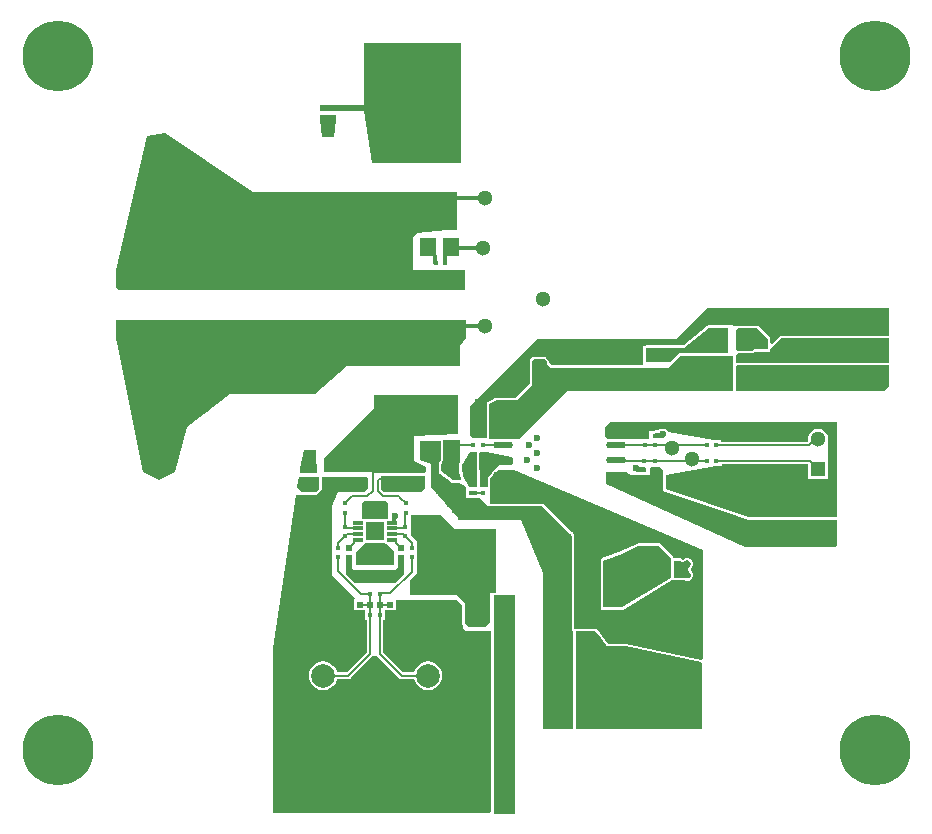
<source format=gbr>
%TF.GenerationSoftware,Altium Limited,Altium Designer,22.9.1 (49)*%
G04 Layer_Physical_Order=1*
G04 Layer_Color=255*
%FSLAX45Y45*%
%MOMM*%
%TF.SameCoordinates,C6D2A98E-D71B-44EB-B230-12E80A119C5B*%
%TF.FilePolarity,Positive*%
%TF.FileFunction,Copper,L1,Top,Signal*%
%TF.Part,Single*%
G01*
G75*
%TA.AperFunction,SMDPad,CuDef*%
%ADD10R,1.20000X1.20000*%
%ADD11R,1.52400X1.52400*%
%ADD12C,1.30000*%
%ADD13R,1.00000X2.15000*%
%ADD14R,3.25000X2.15000*%
%ADD15R,1.60000X1.20000*%
%ADD16R,1.60000X3.30000*%
%ADD17R,1.65506X0.58213*%
G04:AMPARAMS|DCode=18|XSize=1.65506mm|YSize=0.58213mm|CornerRadius=0.29107mm|HoleSize=0mm|Usage=FLASHONLY|Rotation=180.000|XOffset=0mm|YOffset=0mm|HoleType=Round|Shape=RoundedRectangle|*
%AMROUNDEDRECTD18*
21,1,1.65506,0.00000,0,0,180.0*
21,1,1.07293,0.58213,0,0,180.0*
1,1,0.58213,-0.53646,0.00000*
1,1,0.58213,0.53646,0.00000*
1,1,0.58213,0.53646,0.00000*
1,1,0.58213,-0.53646,0.00000*
%
%ADD18ROUNDEDRECTD18*%
%ADD19R,1.00000X1.00000*%
%ADD20R,0.45000X0.45000*%
G04:AMPARAMS|DCode=21|XSize=0.86mm|YSize=0.26mm|CornerRadius=0.0325mm|HoleSize=0mm|Usage=FLASHONLY|Rotation=90.000|XOffset=0mm|YOffset=0mm|HoleType=Round|Shape=RoundedRectangle|*
%AMROUNDEDRECTD21*
21,1,0.86000,0.19500,0,0,90.0*
21,1,0.79500,0.26000,0,0,90.0*
1,1,0.06500,0.09750,0.39750*
1,1,0.06500,0.09750,-0.39750*
1,1,0.06500,-0.09750,-0.39750*
1,1,0.06500,-0.09750,0.39750*
%
%ADD21ROUNDEDRECTD21*%
%ADD22R,1.60000X1.60000*%
G04:AMPARAMS|DCode=23|XSize=0.86mm|YSize=0.26mm|CornerRadius=0.0325mm|HoleSize=0mm|Usage=FLASHONLY|Rotation=0.000|XOffset=0mm|YOffset=0mm|HoleType=Round|Shape=RoundedRectangle|*
%AMROUNDEDRECTD23*
21,1,0.86000,0.19500,0,0,0.0*
21,1,0.79500,0.26000,0,0,0.0*
1,1,0.06500,0.39750,-0.09750*
1,1,0.06500,-0.39750,-0.09750*
1,1,0.06500,-0.39750,0.09750*
1,1,0.06500,0.39750,0.09750*
%
%ADD23ROUNDEDRECTD23*%
G04:AMPARAMS|DCode=24|XSize=1.50543mm|YSize=0.57583mm|CornerRadius=0.28791mm|HoleSize=0mm|Usage=FLASHONLY|Rotation=180.000|XOffset=0mm|YOffset=0mm|HoleType=Round|Shape=RoundedRectangle|*
%AMROUNDEDRECTD24*
21,1,1.50543,0.00000,0,0,180.0*
21,1,0.92960,0.57583,0,0,180.0*
1,1,0.57583,-0.46480,0.00000*
1,1,0.57583,0.46480,0.00000*
1,1,0.57583,0.46480,0.00000*
1,1,0.57583,-0.46480,0.00000*
%
%ADD24ROUNDEDRECTD24*%
%ADD25R,1.50543X0.57583*%
%ADD26R,0.95822X1.00650*%
%ADD27R,0.71120X0.39370*%
%ADD28R,1.35000X1.65000*%
%ADD29R,7.00000X3.20000*%
G04:AMPARAMS|DCode=30|XSize=8mm|YSize=4.5mm|CornerRadius=1.125mm|HoleSize=0mm|Usage=FLASHONLY|Rotation=180.000|XOffset=0mm|YOffset=0mm|HoleType=Round|Shape=RoundedRectangle|*
%AMROUNDEDRECTD30*
21,1,8.00000,2.25000,0,0,180.0*
21,1,5.75000,4.50000,0,0,180.0*
1,1,2.25000,-2.87500,1.12500*
1,1,2.25000,2.87500,1.12500*
1,1,2.25000,2.87500,-1.12500*
1,1,2.25000,-2.87500,-1.12500*
%
%ADD30ROUNDEDRECTD30*%
G04:AMPARAMS|DCode=31|XSize=1.7mm|YSize=3.8mm|CornerRadius=0.425mm|HoleSize=0mm|Usage=FLASHONLY|Rotation=90.000|XOffset=0mm|YOffset=0mm|HoleType=Round|Shape=RoundedRectangle|*
%AMROUNDEDRECTD31*
21,1,1.70000,2.95000,0,0,90.0*
21,1,0.85000,3.80000,0,0,90.0*
1,1,0.85000,1.47500,0.42500*
1,1,0.85000,1.47500,-0.42500*
1,1,0.85000,-1.47500,-0.42500*
1,1,0.85000,-1.47500,0.42500*
%
%ADD31ROUNDEDRECTD31*%
%ADD32R,1.45000X1.00000*%
%ADD33R,0.75000X0.85000*%
%ADD34R,0.52000X0.52000*%
%ADD35R,1.00000X1.45000*%
%ADD36R,1.00650X0.95822*%
%ADD37R,0.85000X0.75000*%
%ADD38R,0.52000X0.52000*%
%ADD39R,0.45000X0.45000*%
%TA.AperFunction,Conductor*%
%ADD40C,0.30000*%
%ADD41C,0.18500*%
%ADD42C,0.38500*%
%TA.AperFunction,ComponentPad*%
%ADD43C,1.30000*%
%ADD44C,1.90500*%
%ADD45C,2.00660*%
%ADD46C,0.60000*%
%ADD47R,1.30000X1.30000*%
%ADD48C,6.00000*%
%ADD49R,1.30000X1.30000*%
%ADD50C,2.50000*%
%TA.AperFunction,ViaPad*%
%ADD51C,0.60000*%
G36*
X2814400Y6093959D02*
X2794400Y5953959D01*
X2694400D01*
X2679400Y6093959D01*
Y6141459D01*
X2814400D01*
Y6093959D01*
D02*
G37*
G36*
X3870000Y5735000D02*
X3120000D01*
X3052500Y6177500D01*
X2682500D01*
Y6222500D01*
X3052500D01*
Y6752500D01*
X3870000D01*
Y5735000D01*
D02*
G37*
G36*
X2112500Y5490000D02*
X3840000D01*
Y5170000D01*
X3500000Y5137500D01*
X3465000Y5102500D01*
Y4825000D01*
X3907500D01*
Y4660000D01*
X970000Y4659999D01*
X947500Y4682499D01*
X947500Y4824999D01*
X1210000Y5962500D01*
X1365000Y5987500D01*
X2112500Y5490000D01*
D02*
G37*
G36*
X7492500Y4267892D02*
X6580001D01*
X6580000Y4267892D01*
X6572196Y4266340D01*
X6565581Y4261919D01*
X6565580Y4261919D01*
X6505592Y4201930D01*
X6493030Y4207134D01*
X6492892Y4208214D01*
Y4242499D01*
X6492892Y4242500D01*
X6491339Y4250304D01*
X6486919Y4256919D01*
X6486918Y4256920D01*
X6396000Y4347839D01*
Y4354500D01*
X6384482D01*
X6380000Y4355392D01*
X6220001D01*
X6220000Y4355392D01*
X6219997Y4355392D01*
X6215000Y4355000D01*
X6215000Y4355000D01*
X6134825Y4357430D01*
X6132500Y4357892D01*
X5969230D01*
X5966241Y4357297D01*
X5963205Y4356982D01*
X5962364Y4356526D01*
X5961427Y4356340D01*
X5958890Y4354645D01*
X5956209Y4353193D01*
X5757000Y4187892D01*
X5435000D01*
X5433029Y4187500D01*
X5415000D01*
Y4169472D01*
X5414608Y4167500D01*
Y4047500D01*
X5415000Y4045529D01*
Y4027500D01*
X5405245Y4020392D01*
X4640950Y4020391D01*
X4617892Y4043449D01*
Y4052498D01*
X4617892Y4052500D01*
X4616340Y4060303D01*
X4611919Y4066919D01*
X4611919Y4066919D01*
X4595000Y4083838D01*
Y4087500D01*
X4591050D01*
X4585304Y4091340D01*
X4577500Y4092892D01*
X4489867D01*
X4482063Y4091340D01*
X4475447Y4086919D01*
X4475447Y4086918D01*
X4460580Y4072052D01*
X4456160Y4065437D01*
X4454608Y4057633D01*
X4454608Y3865463D01*
X4452904Y3862913D01*
X4448897Y3860236D01*
X4448897Y3860235D01*
X4338081Y3749419D01*
X4336078Y3746422D01*
X4334536Y3745392D01*
X4173317D01*
X4172670Y3745263D01*
X4172017Y3745350D01*
X4168789Y3744491D01*
X4165513Y3743840D01*
X4164964Y3743473D01*
X4164328Y3743304D01*
X4116875Y3720000D01*
X4110817D01*
Y3717025D01*
X4103511Y3713437D01*
X4100859Y3711409D01*
X4098081Y3709553D01*
X4097714Y3709005D01*
X4097191Y3708604D01*
X4095516Y3705713D01*
X4093660Y3702937D01*
X4093532Y3702291D01*
X4093201Y3701720D01*
X4092759Y3698408D01*
X4092108Y3695133D01*
X4092108Y3402500D01*
X3972500D01*
X3945000Y3430000D01*
Y3675000D01*
X4512500Y4242500D01*
X5692500D01*
X5952500Y4502500D01*
X7492500D01*
Y4267892D01*
D02*
G37*
G36*
X6472500Y4242500D02*
X6472500Y4155000D01*
X6350000D01*
X6340000Y4145000D01*
X6210000D01*
X6197500Y4157500D01*
Y4312500D01*
X6220000Y4335000D01*
X6380000D01*
X6472500Y4242500D01*
D02*
G37*
G36*
X6132500Y4130000D02*
X6125392Y4122892D01*
X5730001D01*
X5730000Y4122892D01*
X5722196Y4121340D01*
X5715581Y4116919D01*
X5715580Y4116919D01*
X5711162Y4112500D01*
X5707500D01*
X5642500Y4047500D01*
X5435000D01*
Y4167500D01*
X5764359D01*
X5969230Y4337500D01*
X6132500D01*
Y4130000D01*
D02*
G37*
G36*
X7492500Y4042499D02*
X6207500Y4042500D01*
X6197892Y4052108D01*
Y4102500D01*
X6196997Y4106997D01*
X6214608Y4124608D01*
X6340000D01*
X6347804Y4126160D01*
X6354419Y4130581D01*
X6358447Y4134608D01*
X6472500D01*
X6480304Y4136160D01*
X6486919Y4140581D01*
X6491340Y4147196D01*
X6492892Y4155000D01*
Y4160392D01*
X6550000Y4217500D01*
X6580000Y4247500D01*
X7492500D01*
Y4042499D01*
D02*
G37*
G36*
X3912500Y4247500D02*
X3865000Y4180000D01*
Y4012500D01*
X2904038Y4012500D01*
X2634567Y3775000D01*
X2535000Y3775000D01*
X1920381D01*
X1551964Y3495200D01*
X1447431Y3120028D01*
X1313967Y3046393D01*
X1177500Y3120028D01*
X947500Y4247500D01*
Y4402500D01*
X3912500D01*
Y4247500D01*
D02*
G37*
G36*
X6177500Y3800000D02*
X4772500D01*
X4372500Y3400000D01*
X4112500Y3400000D01*
X4112500Y3695133D01*
X4173317Y3725000D01*
X4342500D01*
X4347500Y3730000D01*
X4352500D01*
Y3735000D01*
X4463317Y3845817D01*
X4470000D01*
Y3852500D01*
X4475000Y3857500D01*
X4475000Y4057633D01*
X4489867Y4072500D01*
X4577500D01*
X4597500Y4052500D01*
Y4035003D01*
X4632503Y3999999D01*
X5622500Y4000000D01*
X5625000Y3997500D01*
X5730000Y4102500D01*
X6177500D01*
Y3800000D01*
D02*
G37*
G36*
X7492500Y4022108D02*
Y3835000D01*
X7457500Y3800000D01*
X6197892D01*
Y4011070D01*
X6204260Y4018386D01*
X6210592Y4022108D01*
X7492500Y4022108D01*
D02*
G37*
G36*
X2657500Y3152500D02*
Y3112500D01*
X2507500D01*
Y3152500D01*
X2540000Y3305000D01*
X2640000D01*
X2657500Y3152500D01*
D02*
G37*
G36*
X3850000Y3439194D02*
X3477500Y3417500D01*
Y3210000D01*
X3572500Y3155000D01*
Y3119718D01*
X3563507Y3110750D01*
X2712500Y3113148D01*
X2712500Y3232500D01*
X3137500Y3657499D01*
Y3770000D01*
X3850000D01*
Y3439194D01*
D02*
G37*
G36*
X5585000Y3127500D02*
Y2952711D01*
X6137594Y2768512D01*
X6298368Y2713217D01*
X6301701Y2712764D01*
X6305000Y2712108D01*
X7052500D01*
Y2492500D01*
X7042906Y2485000D01*
X6274234D01*
X5100000Y3017500D01*
Y3120000D01*
X5269365D01*
X5310212Y3089999D01*
X5383240Y3090000D01*
Y3089060D01*
X5468240D01*
Y3090000D01*
X5470000D01*
Y3142500D01*
X5482500Y3155000D01*
X5557500D01*
X5585000Y3127500D01*
D02*
G37*
G36*
X6060000Y3537865D02*
X7052500D01*
Y2732500D01*
X6305000D01*
X5610000Y2971533D01*
Y3093327D01*
X6028540Y3169540D01*
X6078180D01*
Y3182217D01*
X6812500D01*
Y3058500D01*
X6982500D01*
Y3210000D01*
Y3408690D01*
X6976707Y3430309D01*
X6965517Y3449691D01*
X6949691Y3465517D01*
X6930309Y3476707D01*
X6908691Y3482500D01*
X6886310D01*
X6864691Y3476707D01*
X6845309Y3465517D01*
X6829483Y3449691D01*
X6818293Y3430309D01*
X6812500Y3408690D01*
Y3386309D01*
X6813327Y3383222D01*
X6804321Y3372323D01*
X6077500D01*
Y3385000D01*
X6012722D01*
X5627144Y3451840D01*
X5622388Y3463323D01*
X5608323Y3477388D01*
X5589946Y3485000D01*
X5570054D01*
X5551677Y3477388D01*
X5542818Y3468528D01*
X5523630D01*
X5508316Y3465482D01*
X5507594Y3465000D01*
X5467760D01*
X5467760Y3404223D01*
X5458766Y3395256D01*
X5118647Y3396317D01*
X5090000Y3425055D01*
Y3496834D01*
X5130886Y3537866D01*
X6060000Y3537865D01*
D02*
G37*
G36*
X3860000Y3217500D02*
X3861797Y3192698D01*
X3858370Y3189015D01*
X3858371D01*
Y3104015D01*
X3868223D01*
X3871826Y3054299D01*
X3863176Y3045000D01*
X3802500D01*
X3702500Y3125000D01*
Y3167500D01*
X3722500Y3217500D01*
Y3247881D01*
X3723400Y3250054D01*
Y3269946D01*
X3722500Y3272119D01*
Y3325381D01*
X3723400Y3327554D01*
Y3347446D01*
X3722500Y3349619D01*
Y3385000D01*
X3860000D01*
Y3217500D01*
D02*
G37*
G36*
X4307143Y3246381D02*
X4315000Y3237022D01*
X4315000Y3192500D01*
X4300000Y3177500D01*
X4200000D01*
X4154963Y3132464D01*
X4142153Y3123904D01*
X4133593Y3111094D01*
X4097500Y3075000D01*
Y2990000D01*
X4031197D01*
X4028762Y3274884D01*
X4038814Y3285000D01*
X4087500D01*
X4307143Y3246381D01*
D02*
G37*
G36*
X4007500Y2987500D02*
X3937500D01*
X3889944Y3086416D01*
X3888562Y3105489D01*
X3887698Y3108626D01*
X3887063Y3111819D01*
X3886648Y3112440D01*
X3886450Y3113160D01*
X3884451Y3115728D01*
X3882643Y3118434D01*
X3882021Y3118849D01*
X3881563Y3119439D01*
X3878763Y3121030D01*
Y3175583D01*
X3952500Y3285000D01*
X4007500D01*
Y2987500D01*
D02*
G37*
G36*
X2674375Y2976875D02*
X2647500Y2950000D01*
X2528125D01*
X2484902Y2993223D01*
X2497500Y3077501D01*
X2674375D01*
Y2976875D01*
D02*
G37*
G36*
X3569999Y2983999D02*
X3536000Y2950000D01*
X3223500Y2950000D01*
X3197500Y2976000D01*
X3197500Y3083750D01*
X3570000D01*
X3569999Y2983999D01*
D02*
G37*
G36*
X3235000Y2875000D02*
X3255001Y2855000D01*
Y2725001D01*
X3251955Y2721955D01*
X3249750D01*
X3240678Y2720151D01*
X3232988Y2715012D01*
X3232980Y2715000D01*
X3056020D01*
X3056012Y2715012D01*
X3048322Y2720151D01*
X3039250Y2721955D01*
X3038045D01*
X3035001Y2725000D01*
Y2855001D01*
X3055000Y2875000D01*
X3235000Y2875000D01*
D02*
G37*
G36*
X3232988Y2511988D02*
X3240678Y2506849D01*
X3243765Y2506235D01*
X3307500Y2442500D01*
Y2327500D01*
X2982500D01*
Y2437500D01*
X3057500Y2512500D01*
X3232645D01*
X3232988Y2511988D01*
D02*
G37*
G36*
X3390000Y2249676D02*
X3315324Y2175000D01*
X2977176D01*
X2897500Y2254676D01*
Y2417500D01*
X2950000D01*
Y2307500D01*
X2970000Y2287500D01*
X3315000D01*
X3337500Y2310000D01*
Y2417500D01*
X3390000D01*
Y2249676D01*
D02*
G37*
G36*
X3822500Y2630000D02*
X4167500D01*
Y2092500D01*
X4120000D01*
Y1850000D01*
X4072500Y1802500D01*
X3937500D01*
X3902500Y1837500D01*
X3902500Y2005000D01*
X3832500Y2075000D01*
X3440000D01*
Y2202500D01*
X3500000Y2262500D01*
Y2535000D01*
X3447500Y2587500D01*
Y2755000D01*
X3697500D01*
X3822500Y2630000D01*
D02*
G37*
G36*
X5917500Y2460000D02*
Y1535066D01*
X5907646Y1527055D01*
X5270000Y1660000D01*
X5117500D01*
X5022500Y1790000D01*
X4830000D01*
Y2585000D01*
X4818692Y2596308D01*
Y2606184D01*
X4808816D01*
X4567500Y2847500D01*
X4117500D01*
Y2988030D01*
X4117892Y2990000D01*
Y3066554D01*
X4148013Y3096674D01*
X4149129Y3098345D01*
X4150549Y3099765D01*
X4156855Y3109202D01*
X4166292Y3115508D01*
X4167712Y3116928D01*
X4169383Y3118044D01*
X4183838Y3132500D01*
X4325000Y3132500D01*
X5917500Y2460000D01*
D02*
G37*
G36*
X5030476Y1744524D02*
X5101036Y1647969D01*
X5102201Y1646897D01*
X5103081Y1645581D01*
X5105103Y1644229D01*
X5106893Y1642584D01*
X5108380Y1642040D01*
X5109696Y1641160D01*
X5112082Y1640686D01*
X5114366Y1639850D01*
X5115947Y1639917D01*
X5117500Y1639608D01*
X5267897D01*
X5903483Y1507092D01*
X5904541Y1507082D01*
X5905553Y1506770D01*
X5912435Y1495995D01*
X5912500Y1495275D01*
Y940000D01*
X4853058D01*
X4844096Y948999D01*
X4847488Y1769608D01*
X5005392D01*
X5030476Y1744524D01*
D02*
G37*
G36*
X3702108Y3349619D02*
X3703008Y3345093D01*
Y3329907D01*
X3702108Y3325381D01*
Y3272119D01*
X3703008Y3267593D01*
Y3252407D01*
X3702108Y3247881D01*
Y3221427D01*
X3689143Y3189014D01*
X3683345D01*
Y3173884D01*
X3682861Y3171284D01*
X3682108Y3167500D01*
Y3125000D01*
X3682330Y3123884D01*
X3682233Y3122748D01*
X3683101Y3120011D01*
X3683345Y3118781D01*
Y3104015D01*
X3696089D01*
X3789761Y3029077D01*
X3792308Y3027756D01*
X3794696Y3026160D01*
X3795814Y3025938D01*
X3796825Y3025414D01*
X3799684Y3025168D01*
X3802500Y3024608D01*
X3856634D01*
X3909250Y2999197D01*
X3916940Y2983203D01*
Y2897890D01*
X4020000D01*
Y2892500D01*
X4032138D01*
X4035000Y2890000D01*
X4097500Y2827500D01*
X4115530D01*
X4117500Y2827108D01*
X4559053D01*
X4794397Y2591764D01*
X4800317Y2587809D01*
X4804272Y2581889D01*
X4809608Y2576553D01*
Y1790000D01*
X4811160Y1782196D01*
X4815581Y1775581D01*
X4817500Y1774298D01*
Y941035D01*
X4815000Y940000D01*
X4567500D01*
Y2262500D01*
X4382283Y2707500D01*
X3860000D01*
X3615000Y2992500D01*
Y3185000D01*
X3522500Y3217500D01*
X3524947Y3381465D01*
X3527500Y3382500D01*
X3702108D01*
Y3349619D01*
D02*
G37*
G36*
X3085000Y3068520D02*
X3084999Y2978999D01*
X3051000Y2945000D01*
X2832500D01*
X2781250Y2825000D01*
Y2241250D01*
X2973454Y2049046D01*
X2969500Y2039499D01*
X2969500D01*
Y1947500D01*
X3049921D01*
X3061558Y1946055D01*
X3062000Y1935007D01*
Y1861000D01*
X3074677D01*
Y1591853D01*
X2905147Y1422323D01*
X2822442D01*
X2822232Y1423912D01*
X2810108Y1453184D01*
X2790820Y1478320D01*
X2765684Y1497608D01*
X2736412Y1509733D01*
X2705000Y1513868D01*
X2673587Y1509733D01*
X2644316Y1497608D01*
X2619179Y1478320D01*
X2599892Y1453184D01*
X2587767Y1423912D01*
X2583631Y1392500D01*
X2587767Y1361087D01*
X2599892Y1331816D01*
X2619179Y1306680D01*
X2644316Y1287392D01*
X2673587Y1275267D01*
X2705000Y1271132D01*
X2736412Y1275267D01*
X2765684Y1287392D01*
X2790820Y1306680D01*
X2810108Y1331816D01*
X2822232Y1361087D01*
X2822442Y1362677D01*
X2917499D01*
X2917500Y1362677D01*
X2928913Y1364947D01*
X2938588Y1371412D01*
X3122176Y1555000D01*
X3165324D01*
X3348912Y1371413D01*
X3348912Y1371412D01*
X3358587Y1364947D01*
X3370000Y1362677D01*
X3370001Y1362677D01*
X3475058D01*
X3475267Y1361087D01*
X3487392Y1331816D01*
X3506680Y1306680D01*
X3531816Y1287392D01*
X3561087Y1275267D01*
X3592500Y1271132D01*
X3623912Y1275267D01*
X3653184Y1287392D01*
X3678320Y1306680D01*
X3697608Y1331816D01*
X3709732Y1361087D01*
X3713868Y1392500D01*
X3709732Y1423912D01*
X3697608Y1453184D01*
X3678320Y1478320D01*
X3653184Y1497608D01*
X3623912Y1509733D01*
X3592500Y1513868D01*
X3561087Y1509733D01*
X3531816Y1497608D01*
X3506680Y1478320D01*
X3487392Y1453184D01*
X3475267Y1423912D01*
X3475058Y1422323D01*
X3382353D01*
X3214323Y1590354D01*
Y1861000D01*
X3226999D01*
Y1945999D01*
X3239078Y1947500D01*
X3319499D01*
Y2035000D01*
X3840000Y2035000D01*
X3882108Y1992892D01*
X3882108Y1837501D01*
X3882108Y1837500D01*
X3883660Y1829696D01*
X3887500Y1823950D01*
Y1797500D01*
X3915000Y1770000D01*
X4129608D01*
X4129608Y1322911D01*
X4129933Y1321278D01*
Y1188722D01*
X4129608Y1187089D01*
X4129608Y244327D01*
X4116908Y232500D01*
X2280000D01*
Y1622500D01*
X2474330Y2922500D01*
X2650000D01*
X2696875Y2969375D01*
Y3077501D01*
X3076020D01*
X3085000Y3068520D01*
D02*
G37*
G36*
X4330000Y220000D02*
X4150000D01*
X4150000Y1187089D01*
X4150325D01*
Y1322911D01*
X4150000D01*
X4150000Y2072108D01*
X4167500D01*
X4175303Y2073660D01*
X4177308Y2075000D01*
X4330000D01*
Y220000D01*
D02*
G37*
%LPC*%
G36*
X5550000Y2512892D02*
X5372500D01*
X5371781Y2512749D01*
X5371054Y2512841D01*
X5367902Y2511977D01*
X5364696Y2511340D01*
X5364087Y2510932D01*
X5363380Y2510739D01*
X5229509Y2443803D01*
X5068198Y2386724D01*
X5067730Y2386446D01*
X5067196Y2386340D01*
X5064325Y2384421D01*
X5061359Y2382657D01*
X5061034Y2382222D01*
X5060581Y2381919D01*
X5059298Y2380000D01*
X5057500D01*
Y2377493D01*
X5056597Y2376283D01*
X5056463Y2375756D01*
X5056160Y2375304D01*
X5055487Y2371918D01*
X5054636Y2368572D01*
X5054714Y2368034D01*
X5054608Y2367500D01*
Y1970000D01*
X5056160Y1962196D01*
X5060000Y1956449D01*
Y1955000D01*
X5061449D01*
X5067196Y1951160D01*
X5075000Y1949608D01*
X5237500D01*
X5238978Y1949902D01*
X5240483Y1949827D01*
X5242844Y1950671D01*
X5245303Y1951160D01*
X5246557Y1951998D01*
X5247976Y1952505D01*
X5252143Y1955000D01*
X5260000D01*
Y1959704D01*
X5659226Y2198755D01*
X5661084Y2200437D01*
X5662675Y2201500D01*
X5746000D01*
Y2201500D01*
X5756104Y2205685D01*
X5759177Y2202612D01*
X5777554Y2195000D01*
X5797446D01*
X5815823Y2202612D01*
X5829888Y2216677D01*
X5837500Y2235054D01*
Y2254946D01*
X5829888Y2273323D01*
X5818314Y2284897D01*
X5816824Y2292500D01*
X5818314Y2300103D01*
X5829888Y2311677D01*
X5837500Y2330054D01*
Y2349946D01*
X5829888Y2368323D01*
X5815823Y2382388D01*
X5797446Y2390000D01*
X5777554D01*
X5759177Y2382388D01*
X5751699Y2374910D01*
X5738999Y2380171D01*
Y2385000D01*
X5668422D01*
X5668020Y2387921D01*
X5667710Y2388451D01*
X5667590Y2389054D01*
X5665709Y2391869D01*
X5664000Y2394787D01*
X5565250Y2506037D01*
X5564761Y2506408D01*
X5564419Y2506919D01*
X5561604Y2508801D01*
X5558909Y2510843D01*
X5558315Y2510998D01*
X5557804Y2511340D01*
X5554486Y2512000D01*
X5551212Y2512856D01*
X5550602Y2512772D01*
X5550000Y2512892D01*
D02*
G37*
%LPD*%
G36*
X5804271Y2365101D02*
X5812601Y2356771D01*
X5817108Y2345890D01*
Y2334110D01*
X5812601Y2323229D01*
X5803894Y2314522D01*
X5802763Y2312828D01*
X5801326Y2311383D01*
X5800574Y2309552D01*
X5799474Y2307906D01*
X5799077Y2305908D01*
X5798302Y2304023D01*
X5796813Y2296421D01*
X5796824Y2292500D01*
X5796813Y2288580D01*
X5798302Y2280977D01*
X5799076Y2279093D01*
X5799474Y2277093D01*
X5800574Y2275448D01*
X5801326Y2273617D01*
X5802762Y2272172D01*
X5803894Y2270478D01*
X5812601Y2261771D01*
X5817108Y2250890D01*
Y2239110D01*
X5812601Y2228229D01*
X5804271Y2219899D01*
X5793390Y2215392D01*
X5781610D01*
X5770729Y2219899D01*
X5770523Y2220105D01*
X5763908Y2224525D01*
X5756104Y2226077D01*
X5748300Y2224525D01*
X5741944Y2221892D01*
X5672500D01*
Y2364608D01*
X5726292D01*
X5728546Y2363102D01*
X5731196Y2361331D01*
X5743896Y2356070D01*
X5751699Y2354518D01*
X5759503Y2356070D01*
X5766119Y2360491D01*
Y2360491D01*
X5766119D01*
X5770728Y2365101D01*
X5781610Y2369608D01*
X5793390D01*
X5804271Y2365101D01*
D02*
G37*
G36*
X5648750Y2381250D02*
Y2216250D01*
X5237500Y1970000D01*
X5075000D01*
Y2367500D01*
X5237500Y2425000D01*
X5372500Y2492500D01*
X5550000D01*
X5648750Y2381250D01*
D02*
G37*
D10*
X5137500Y2300000D02*
D03*
Y2500000D02*
D03*
X5495000Y4107500D02*
D03*
Y3907500D02*
D03*
D11*
X5467500Y2400000D02*
D03*
X5825000Y4007500D02*
D03*
D12*
Y3230000D02*
D03*
X4062500Y5017500D02*
D03*
X4077500Y5432500D02*
D03*
X5655000Y3320000D02*
D03*
X4567500Y4580000D02*
D03*
X4075000Y4350000D02*
D03*
X2940000Y3287500D02*
D03*
D13*
X3755000Y1932500D02*
D03*
X3985000D02*
D03*
X4215000D02*
D03*
D14*
X3985000Y2517500D02*
D03*
D15*
X5160000Y2035000D02*
D03*
Y1805000D02*
D03*
Y1575000D02*
D03*
D16*
X5800000Y1805000D02*
D03*
D17*
X5187318Y3088500D02*
D03*
D18*
Y3469500D02*
D03*
X4231203Y3088500D02*
D03*
Y3469500D02*
D03*
X5187318Y3215500D02*
D03*
Y3342500D02*
D03*
X4231203Y3215500D02*
D03*
Y3342500D02*
D03*
D19*
X2745013Y6005000D02*
D03*
Y5435000D02*
D03*
X2589999Y3254999D02*
D03*
Y3825000D02*
D03*
D20*
X5696500Y2342500D02*
D03*
X5616500D02*
D03*
X6035680Y3212040D02*
D03*
X5955680D02*
D03*
X6035000Y3342500D02*
D03*
X5955000D02*
D03*
X3104500Y1903500D02*
D03*
X3024500D02*
D03*
X3184500Y2083500D02*
D03*
X3104500D02*
D03*
X3184500Y1903500D02*
D03*
X3264499D02*
D03*
X3820870Y3146515D02*
D03*
X3900871D02*
D03*
X4055925Y3095858D02*
D03*
X3975925D02*
D03*
X4055925Y3177500D02*
D03*
X3975925D02*
D03*
X4055925Y3258550D02*
D03*
X3975925D02*
D03*
X4055925Y3345000D02*
D03*
X3975925D02*
D03*
X3657500Y4882500D02*
D03*
X3737501D02*
D03*
X3645845Y3146514D02*
D03*
X3725845D02*
D03*
D21*
X3169500Y2758500D02*
D03*
X3119500D02*
D03*
X3219500D02*
D03*
X3069500D02*
D03*
X3219500Y2468500D02*
D03*
X3119500D02*
D03*
X3169500D02*
D03*
X3069500D02*
D03*
D22*
X3144500Y2613500D02*
D03*
D23*
X3289500Y2588500D02*
D03*
Y2638500D02*
D03*
X2999500D02*
D03*
Y2588500D02*
D03*
Y2538500D02*
D03*
X3289500D02*
D03*
Y2688500D02*
D03*
X2999500D02*
D03*
D24*
X6275038Y4082500D02*
D03*
X6054961Y3987500D02*
D03*
X6275038Y4177500D02*
D03*
X6054961D02*
D03*
D25*
X6275038Y3987500D02*
D03*
D26*
X3505000Y2130086D02*
D03*
Y1984914D02*
D03*
D27*
X3972500Y3007425D02*
D03*
Y2937575D02*
D03*
D28*
X3190900Y3301700D02*
D03*
X3390900D02*
D03*
X3790900Y4096700D02*
D03*
X3590900D02*
D03*
X3390900D02*
D03*
X3190900D02*
D03*
X3590900Y3301700D02*
D03*
X3790900D02*
D03*
X3790900Y5817500D02*
D03*
X3590900D02*
D03*
X3190900D02*
D03*
X3390900D02*
D03*
X3190900Y5022500D02*
D03*
X3390900D02*
D03*
X3590900D02*
D03*
X3790900D02*
D03*
D29*
X3490900Y3608200D02*
D03*
X3490900Y5329000D02*
D03*
D30*
X3470900Y6170000D02*
D03*
X2620000Y5110000D02*
D03*
D31*
X3717541Y4744900D02*
D03*
Y4314898D02*
D03*
X1567342Y4744900D02*
D03*
Y4314898D02*
D03*
X2427422D02*
D03*
Y4744900D02*
D03*
X3287501D02*
D03*
Y4314898D02*
D03*
X1997382D02*
D03*
Y4744900D02*
D03*
X1137580Y4745001D02*
D03*
Y4314999D02*
D03*
X2857461Y4314898D02*
D03*
Y4744900D02*
D03*
D32*
X6586933Y3936152D02*
D03*
Y4126153D02*
D03*
X6430440Y2818820D02*
D03*
Y2628820D02*
D03*
X6638180Y2624180D02*
D03*
Y2814180D02*
D03*
X6790133Y4126153D02*
D03*
Y3936152D02*
D03*
X6993333D02*
D03*
Y4126153D02*
D03*
X4907500Y4107500D02*
D03*
Y3917500D02*
D03*
X5105075Y4105992D02*
D03*
Y3915992D02*
D03*
X5307500Y4107500D02*
D03*
Y3917500D02*
D03*
X4702500Y4107500D02*
D03*
Y3917500D02*
D03*
D33*
X5645000Y3015000D02*
D03*
X5520000D02*
D03*
X4412500Y4025000D02*
D03*
X4537500D02*
D03*
X4412500Y3908317D02*
D03*
X4537500D02*
D03*
D34*
X5700000Y2247500D02*
D03*
X5618000D02*
D03*
X3015500Y1993500D02*
D03*
X2933499D02*
D03*
X3185501Y1993500D02*
D03*
X3103499D02*
D03*
X3273499D02*
D03*
X3355501D02*
D03*
D35*
X4270000Y1655000D02*
D03*
X4080000D02*
D03*
X4270000Y1447500D02*
D03*
X4080000D02*
D03*
X4748692Y2110930D02*
D03*
X4938692D02*
D03*
X4748692Y1921091D02*
D03*
X4938692D02*
D03*
X4748692Y1485000D02*
D03*
X4938692D02*
D03*
X4748692Y1277500D02*
D03*
X4938692D02*
D03*
X4748692Y2513684D02*
D03*
X4938692D02*
D03*
X4748692Y2310484D02*
D03*
X4938692D02*
D03*
X4748692Y1685630D02*
D03*
X4938692D02*
D03*
D36*
X4225171Y1255000D02*
D03*
X4080000D02*
D03*
D37*
X3144500Y2241001D02*
D03*
Y2365999D02*
D03*
X3264500Y2241001D02*
D03*
Y2365999D02*
D03*
X3024500Y2241001D02*
D03*
Y2365999D02*
D03*
X4290000Y3787500D02*
D03*
Y3662500D02*
D03*
X4173317Y3787500D02*
D03*
Y3662500D02*
D03*
X4401684Y2775000D02*
D03*
Y2900000D02*
D03*
X4285000Y2775000D02*
D03*
Y2900000D02*
D03*
X4518367Y2775000D02*
D03*
Y2900000D02*
D03*
X4168317Y2775000D02*
D03*
Y2900000D02*
D03*
D38*
X3364500Y2392499D02*
D03*
Y2474501D02*
D03*
X2924500Y2392499D02*
D03*
Y2474501D02*
D03*
X6095000Y4391000D02*
D03*
Y4309000D02*
D03*
X6350000Y4390500D02*
D03*
Y4308500D02*
D03*
D39*
X5425740Y3211560D02*
D03*
Y3131560D02*
D03*
X5514640Y3211560D02*
D03*
Y3131560D02*
D03*
X5517140Y3342020D02*
D03*
Y3422020D02*
D03*
X5428240Y3342020D02*
D03*
Y3422020D02*
D03*
X2894500Y2653500D02*
D03*
Y2573500D02*
D03*
X2894499Y2853500D02*
D03*
Y2773500D02*
D03*
X2834500Y2393500D02*
D03*
Y2473500D02*
D03*
X3404500Y2773500D02*
D03*
Y2853500D02*
D03*
X3454500Y2473500D02*
D03*
Y2393500D02*
D03*
X3394500Y2573500D02*
D03*
Y2653500D02*
D03*
X2634999Y3055002D02*
D03*
Y3135002D02*
D03*
X2529974Y3055002D02*
D03*
Y3135002D02*
D03*
X4062500Y3015000D02*
D03*
Y2935000D02*
D03*
X2703736Y6117500D02*
D03*
Y6197500D02*
D03*
X2792500Y6117500D02*
D03*
Y6197500D02*
D03*
X2735560Y3134200D02*
D03*
Y3054200D02*
D03*
X2816840Y3134200D02*
D03*
Y3054200D02*
D03*
X2898120Y3134200D02*
D03*
Y3054200D02*
D03*
X2979400Y3134200D02*
D03*
Y3054200D02*
D03*
X3060680Y3134200D02*
D03*
Y3054200D02*
D03*
X3220700Y3134200D02*
D03*
Y3054200D02*
D03*
X3301980Y3134200D02*
D03*
Y3054200D02*
D03*
X3383260Y3134200D02*
D03*
Y3054200D02*
D03*
X3464540Y3134200D02*
D03*
Y3054200D02*
D03*
X3545820Y3134200D02*
D03*
Y3054200D02*
D03*
X6240000Y4305000D02*
D03*
Y4385000D02*
D03*
X6440000Y4187500D02*
D03*
Y4107500D02*
D03*
X5995000Y4307500D02*
D03*
Y4387500D02*
D03*
D40*
X3865041Y4350000D02*
X4075000D01*
X3717541Y4314898D02*
X3865041Y4350000D01*
X3790900Y5022500D02*
X3843400Y5017500D01*
X4062500D01*
X3825900Y5432500D02*
X4077500D01*
X3490900Y5329000D02*
X3825900Y5432500D01*
X3306760Y2739260D02*
X3312500Y2745000D01*
X3289500Y2688500D02*
X3304760D01*
X3306760Y2690500D01*
Y2739260D01*
X3650000Y4890000D02*
X3657500Y4882500D01*
X3590900Y5007500D02*
Y5022500D01*
Y5007500D02*
X3650000Y4948400D01*
Y4890000D02*
Y4948400D01*
X3737501Y4882500D02*
X3738400Y4883400D01*
Y4970000D02*
X3790900Y5022500D01*
X3738400Y4883400D02*
Y4970000D01*
D41*
X5514640Y3211560D02*
X5950000D01*
X5189048Y3213770D02*
X5514640D01*
X5517140Y3342500D02*
X5955000D01*
X5187318D02*
X5517140D01*
X5189048Y3213770D02*
X5189048Y3213770D01*
X5187318Y3215500D02*
X5189048Y3213770D01*
X3973788Y2936287D02*
X4061212D01*
X3972500Y2937575D02*
X3973788Y2936287D01*
X4061212D02*
X4062500Y2935000D01*
X6037500Y3212040D02*
X6828960D01*
X6897500Y3143500D01*
X6821332Y3342500D02*
X6876331Y3397500D01*
X6035000Y3342500D02*
X6821332D01*
X6876331Y3397500D02*
X6897500D01*
X5645000Y3015000D02*
X5650000Y3010000D01*
X5573510Y3428510D02*
X5580000Y3435000D01*
X5517140Y3422020D02*
X5523630Y3428510D01*
X5355000Y3152500D02*
X5362940Y3144560D01*
X5412740D02*
X5425740Y3131560D01*
X2834500Y2275500D02*
Y2393500D01*
Y2275500D02*
X3026500Y2083500D01*
X3790900Y3301700D02*
X3834200Y3345000D01*
X3975925D01*
X4229953Y3343750D02*
X4231203Y3342500D01*
X4057175Y3343750D02*
X4229953D01*
X4055925Y3345000D02*
X4057175Y3343750D01*
X2834500Y2513500D02*
X2894500Y2573500D01*
X2834500Y2473500D02*
Y2513500D01*
X3370000Y1392500D02*
X3592500D01*
X3184500Y1578000D02*
X3370000Y1392500D01*
X3184500Y1993500D02*
Y2083500D01*
Y1578000D02*
Y1903500D01*
Y1993500D01*
X3104500Y1903500D02*
Y1993500D01*
Y2083500D01*
X2705000Y1392500D02*
X2917500D01*
X3104500Y1579500D01*
Y1903500D01*
X3454500Y2272000D02*
Y2393500D01*
X3190884Y2089884D02*
X3272384D01*
X3454500Y2272000D01*
X3026500Y2083500D02*
X3104500D01*
X3184500D02*
X3190884Y2089884D01*
X2965750Y2515751D02*
Y2534750D01*
X2969500Y2538500D01*
X2999500D01*
X2924500Y2474501D02*
X2965750Y2515751D01*
X3323250Y2515750D02*
Y2534750D01*
X3319500Y2538500D02*
X3323250Y2534750D01*
Y2515750D02*
X3364500Y2474501D01*
X3289500Y2538500D02*
X3319500D01*
X3394500Y2573500D02*
X3454500Y2513500D01*
Y2473500D02*
Y2513500D01*
X3379500Y2588500D02*
X3394500Y2573500D01*
X3289500Y2588500D02*
X3379500D01*
X3394500Y2653500D02*
X3399500Y2658500D01*
X3379500Y2638500D02*
X3394500Y2653500D01*
X3289500Y2638500D02*
X3379500D01*
X3399500Y2658500D02*
Y2768499D01*
X3404500Y2773500D01*
X3015500Y1993500D02*
X3103499D01*
X3015500Y1993500D02*
X3015500Y1993500D01*
X3185501D02*
X3273499D01*
X3104500Y1903500D02*
X3104500Y1903500D01*
X2894500Y2573500D02*
X2909500Y2588500D01*
X2999500D01*
X2894500Y2653500D02*
X2909500Y2638500D01*
X2999500D01*
X2894500Y2653500D02*
Y2773500D01*
X2894499Y2773500D02*
X2894500Y2773500D01*
X3182500Y3060000D02*
X3214900D01*
X3220700Y3054200D01*
X3166000Y3043500D02*
X3182500Y3060000D01*
X3166000Y2957500D02*
Y3043500D01*
Y2957500D02*
X3213500Y2910000D01*
X3127500Y2960000D02*
Y3132500D01*
X3077500Y2910000D02*
X3127500Y2960000D01*
X3350000Y2910000D02*
X3360000Y2900000D01*
X3213500Y2910000D02*
X3350000D01*
X3360000Y2898000D02*
Y2900000D01*
X2951000Y2910000D02*
X3077500D01*
X3360000Y2898000D02*
X3404500Y2853500D01*
X2894499Y2853500D02*
X2951000Y2910000D01*
D42*
X5523630Y3428510D02*
X5573510D01*
X5362940Y3144560D02*
X5412740D01*
D43*
X4497500Y3720000D02*
D03*
X6102500Y2670000D02*
D03*
X4037500Y777500D02*
D03*
X6897500Y3397500D02*
D03*
X7390771Y4155507D02*
D03*
X6897500Y2595000D02*
D03*
Y2841380D02*
D03*
X4240000Y337500D02*
D03*
X3972500D02*
D03*
X4957500Y1042500D02*
D03*
X4727500D02*
D03*
X7390771Y3926907D02*
D03*
X6237500Y3460000D02*
D03*
X5975000Y3010000D02*
D03*
X4760000Y2820000D02*
D03*
X7080000Y4385000D02*
D03*
D44*
X3847770Y1137230D02*
D03*
X3337230D02*
D03*
Y1647770D02*
D03*
X3847770D02*
D03*
X2960270Y1137230D02*
D03*
X2449730D02*
D03*
X2960270Y1647770D02*
D03*
X2449730D02*
D03*
D45*
X3592500Y1392500D02*
D03*
X2705000D02*
D03*
D46*
X3195300Y2562700D02*
D03*
Y2664300D02*
D03*
X3093700Y2562700D02*
D03*
Y2664300D02*
D03*
D47*
X4237500Y777500D02*
D03*
D48*
X457500Y762500D02*
D03*
Y6642500D02*
D03*
X7377500D02*
D03*
Y762500D02*
D03*
D49*
X6897500Y3143500D02*
D03*
D50*
X1322500Y5210000D02*
D03*
Y5845000D02*
D03*
Y3837500D02*
D03*
Y3202500D02*
D03*
D51*
X1503214Y5530000D02*
D03*
X1354642D02*
D03*
X1577499Y5645000D02*
D03*
X1206071Y5530000D02*
D03*
X1651785D02*
D03*
X1447499Y5645000D02*
D03*
X1317500D02*
D03*
X1187500D02*
D03*
X1971427Y5290000D02*
D03*
X1525714D02*
D03*
X1599999Y5405000D02*
D03*
X1822856Y5290000D02*
D03*
X1674285D02*
D03*
X1110000Y5332500D02*
D03*
X1859999Y5405000D02*
D03*
X1729999D02*
D03*
X1469999D02*
D03*
X1340000D02*
D03*
X1210000D02*
D03*
X1127500Y3582501D02*
D03*
X1037500Y4045000D02*
D03*
X1127500Y3712501D02*
D03*
Y3842501D02*
D03*
Y3972500D02*
D03*
Y4102500D02*
D03*
X1411071Y3412500D02*
D03*
X1262500D02*
D03*
X1522499Y3527500D02*
D03*
X1392500D02*
D03*
X1262500D02*
D03*
X1710714Y3652500D02*
D03*
X1562142D02*
D03*
X1784999Y3767500D02*
D03*
X1413571Y3652500D02*
D03*
X1265000D02*
D03*
X1654999Y3767500D02*
D03*
X1524999D02*
D03*
X3712500Y3049999D02*
D03*
X3877500Y2970000D02*
D03*
X3640000Y3010000D02*
D03*
X3673400Y3337500D02*
D03*
Y3260000D02*
D03*
X3642500Y3090000D02*
D03*
X3765750Y2988000D02*
D03*
X3686500Y2956000D02*
D03*
X3819000Y2926000D02*
D03*
X3733000Y2902000D02*
D03*
X3779499Y2848000D02*
D03*
X3992500Y2850000D02*
D03*
X3872250Y2864000D02*
D03*
X3825999Y2794000D02*
D03*
X4038750Y2795000D02*
D03*
X3925499Y2802000D02*
D03*
X3832500Y3082500D02*
D03*
X3978749Y2740000D02*
D03*
X4084999D02*
D03*
X2735000Y2880000D02*
D03*
X2727500Y2997500D02*
D03*
X3872499Y2740000D02*
D03*
X3645000Y3192500D02*
D03*
X2922500Y1815000D02*
D03*
X2257500Y4122500D02*
D03*
X3787499Y6645000D02*
D03*
X3706666D02*
D03*
X3625833D02*
D03*
X3545000D02*
D03*
X3464166D02*
D03*
X3383333D02*
D03*
X3302500D02*
D03*
X3221667D02*
D03*
X3140833D02*
D03*
X3828332Y6712500D02*
D03*
X3747499D02*
D03*
X3666666D02*
D03*
X3585833D02*
D03*
X3505000D02*
D03*
X3424166D02*
D03*
X3343333D02*
D03*
X3262500D02*
D03*
X3181667D02*
D03*
X3100834D02*
D03*
X2830000Y1868889D02*
D03*
Y2105000D02*
D03*
Y1986945D02*
D03*
X2452500Y1995556D02*
D03*
Y2231666D02*
D03*
Y2349722D02*
D03*
Y2113611D02*
D03*
Y2467777D02*
D03*
Y1877500D02*
D03*
X2735000Y1935557D02*
D03*
Y2171668D02*
D03*
Y2289723D02*
D03*
Y2053612D02*
D03*
Y2407779D02*
D03*
Y2761945D02*
D03*
Y2525834D02*
D03*
Y2643889D02*
D03*
Y1817502D02*
D03*
X2642500Y1873057D02*
D03*
Y2109168D02*
D03*
Y2227223D02*
D03*
Y1991112D02*
D03*
Y2345279D02*
D03*
Y2699445D02*
D03*
Y2463334D02*
D03*
Y2581389D02*
D03*
Y2817500D02*
D03*
X2552500Y1820000D02*
D03*
Y2882499D02*
D03*
Y2646388D02*
D03*
Y2528333D02*
D03*
Y2764443D02*
D03*
Y2410277D02*
D03*
Y2056111D02*
D03*
Y2292222D02*
D03*
Y2174166D02*
D03*
X5630000Y2859999D02*
D03*
X3567500Y2252500D02*
D03*
X3570000Y2389167D02*
D03*
X3715000Y2525833D02*
D03*
X3570000D02*
D03*
X3687500Y2662500D02*
D03*
X3540000D02*
D03*
X6267500Y2627500D02*
D03*
X6471249Y3460000D02*
D03*
X6704999D02*
D03*
X6003750D02*
D03*
X5775000Y3480000D02*
D03*
X5375000Y3495000D02*
D03*
X6715000Y2925000D02*
D03*
X6513333D02*
D03*
X6311667D02*
D03*
X6715000Y3120000D02*
D03*
X6513333D02*
D03*
X6311667D02*
D03*
X6640000Y2532500D02*
D03*
X6430000Y2535000D02*
D03*
X6422500Y3960000D02*
D03*
X7210000Y3955000D02*
D03*
Y3842500D02*
D03*
X7400000Y4317500D02*
D03*
X7187500D02*
D03*
X6975000D02*
D03*
X6762500D02*
D03*
X6550000D02*
D03*
X4345000Y3852500D02*
D03*
X4540000Y2562500D02*
D03*
X4432500Y3220000D02*
D03*
X4520000Y3280000D02*
D03*
Y3152500D02*
D03*
Y3402500D02*
D03*
X4445000Y3342500D02*
D03*
X6468000Y3842500D02*
D03*
X7024500D02*
D03*
X6839000D02*
D03*
X6653500D02*
D03*
X6282500D02*
D03*
X6166250Y4440000D02*
D03*
X6287500D02*
D03*
X6045000D02*
D03*
X5302500Y4185000D02*
D03*
X5102500D02*
D03*
X4902500D02*
D03*
X4702500D02*
D03*
X4530000Y4155000D02*
D03*
X4345000Y3967500D02*
D03*
X4232500Y3852500D02*
D03*
X4092500Y3770000D02*
D03*
X4017500Y3712500D02*
D03*
X4627500Y2630000D02*
D03*
X4522500Y2695000D02*
D03*
X4667500Y2509998D02*
D03*
Y2314166D02*
D03*
Y2118333D02*
D03*
X4670000Y1922500D02*
D03*
X4667500Y1685000D02*
D03*
Y1478750D02*
D03*
Y1272500D02*
D03*
X3558959Y1679167D02*
D03*
Y1890833D02*
D03*
X3650000Y1802500D02*
D03*
X3407917D02*
D03*
X2552500Y1938056D02*
D03*
X2491042Y405833D02*
D03*
X2733124D02*
D03*
X2975207D02*
D03*
X3217290D02*
D03*
X3459373D02*
D03*
X3701456D02*
D03*
X2491042Y617500D02*
D03*
X2733124D02*
D03*
X2975207D02*
D03*
X3217290D02*
D03*
X3459373D02*
D03*
X3701456D02*
D03*
X2491042Y829166D02*
D03*
X2733124D02*
D03*
X2975207D02*
D03*
X3217290D02*
D03*
X3459373D02*
D03*
X3701456D02*
D03*
X1272501Y4007500D02*
D03*
X1402500D02*
D03*
X1532500D02*
D03*
X1662500D02*
D03*
X1922499D02*
D03*
X2052499D02*
D03*
X2182499D02*
D03*
X1866785Y3892500D02*
D03*
X2015357D02*
D03*
X1792500Y4007500D02*
D03*
X1569643Y3892500D02*
D03*
X1718214D02*
D03*
X2163928D02*
D03*
X1792500Y4122500D02*
D03*
X1619167D02*
D03*
X1445834D02*
D03*
X1272501D02*
D03*
X1965833D02*
D03*
X2139166D02*
D03*
X1946666Y5157500D02*
D03*
X1773333D02*
D03*
X1080000D02*
D03*
X2119999D02*
D03*
X1600000Y5177500D02*
D03*
X1971427Y4927500D02*
D03*
X2119999D02*
D03*
X1525714D02*
D03*
X1377143D02*
D03*
X1599999Y5042500D02*
D03*
X1228571Y4927500D02*
D03*
X1822856D02*
D03*
X1674285D02*
D03*
X1080000D02*
D03*
X2119998Y5042500D02*
D03*
X1989998D02*
D03*
X1859999D02*
D03*
X1729999D02*
D03*
X1469999D02*
D03*
X1340000D02*
D03*
X1210000D02*
D03*
X1080000D02*
D03*
X2612083Y300000D02*
D03*
X2854166D02*
D03*
X3096249D02*
D03*
X2370000D02*
D03*
X3822497D02*
D03*
X3338331D02*
D03*
X3580414D02*
D03*
X3822497Y511667D02*
D03*
X3580414Y511666D02*
D03*
X3338331D02*
D03*
X3096249D02*
D03*
X2854166D02*
D03*
X2612083D02*
D03*
X2370000D02*
D03*
X3338331Y723333D02*
D03*
X3580414D02*
D03*
X3822497Y723333D02*
D03*
X3822499Y935000D02*
D03*
X3580415Y934999D02*
D03*
X3338332D02*
D03*
X2370000Y723333D02*
D03*
X2612083D02*
D03*
X2854166D02*
D03*
X3096249D02*
D03*
X3096249Y934999D02*
D03*
X2854166D02*
D03*
X2612083D02*
D03*
X2370000D02*
D03*
X3230000Y2985000D02*
D03*
X3301250D02*
D03*
X3455417D02*
D03*
X3532500D02*
D03*
X3378333D02*
D03*
X2891250Y2997500D02*
D03*
X3054999D02*
D03*
X2973125D02*
D03*
X2809375D02*
D03*
X2635001Y2985000D02*
D03*
X2554168D02*
D03*
X3099167Y6582500D02*
D03*
X3180000D02*
D03*
X3260833D02*
D03*
X3341666D02*
D03*
X3422500D02*
D03*
X3503333D02*
D03*
X3584166D02*
D03*
X3664999D02*
D03*
X3745832D02*
D03*
X3826666D02*
D03*
X3139167Y6515000D02*
D03*
X3220000D02*
D03*
X3300833D02*
D03*
X3381666D02*
D03*
X3462500D02*
D03*
X3543333D02*
D03*
X3624166D02*
D03*
X3704999D02*
D03*
X3785832D02*
D03*
X3827499Y6440000D02*
D03*
X3746666D02*
D03*
X3665832D02*
D03*
X3584999D02*
D03*
X3504166D02*
D03*
X3423333D02*
D03*
X3342500D02*
D03*
X3261666D02*
D03*
X3180833D02*
D03*
X3100000D02*
D03*
X3205000Y2237500D02*
D03*
X3085000D02*
D03*
X2947500Y2252500D02*
D03*
X3362500Y2335000D02*
D03*
X3342500Y2260000D02*
D03*
X2922500Y2335000D02*
D03*
X3220000Y2840000D02*
D03*
X3145000D02*
D03*
X3070000D02*
D03*
X3207500Y2362500D02*
D03*
X3085000D02*
D03*
X3312500Y2745000D02*
D03*
X3265000Y2437500D02*
D03*
X5787500Y2245000D02*
D03*
Y2340000D02*
D03*
X5580000Y3435000D02*
D03*
X3030000Y2435000D02*
D03*
X5355000Y3152500D02*
D03*
X6552600Y4437500D02*
D03*
X6762575D02*
D03*
X6972550D02*
D03*
X7182525D02*
D03*
X7392500D02*
D03*
X6110000Y2925000D02*
D03*
Y3120000D02*
D03*
X5762500Y3015000D02*
D03*
X5948750Y2743750D02*
D03*
X5789375Y2801875D02*
D03*
%TF.MD5,252cd10c673f50fbd2aea0bc7018dfe4*%
M02*

</source>
